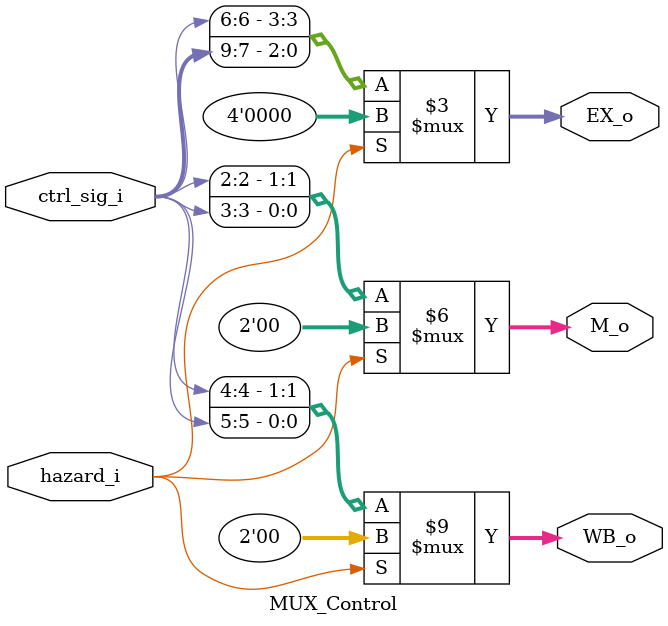
<source format=v>
module MUX_Control(
    hazard_i,
    ctrl_sig_i,
    WB_o,
    M_o,
    EX_o       
);

input               hazard_i;
input   [9:0]       ctrl_sig_i;
reg                 RegDst, ALUSrc, MemtoReg, RegWrite, MemWrite, MemRead;
reg     [1:0]       ALUOp;

output  [1:0]       WB_o, M_o;
output  [3:0]       EX_o;

reg     [1:0]       WB_o, M_o;
reg     [3:0]       EX_o;

always @(hazard_i or ctrl_sig_i) begin
    if(hazard_i) begin
        WB_o <= 2'b00;
        M_o <= 2'b00;
        EX_o <= 4'b00;
    end
    else begin
        ALUOp = ctrl_sig_i[9:8];
        RegDst = ctrl_sig_i[7];
        ALUSrc = ctrl_sig_i[6];
        MemtoReg = ctrl_sig_i[5];
        RegWrite = ctrl_sig_i[4];
        MemWrite = ctrl_sig_i[3];
        MemRead = ctrl_sig_i[2];
        WB_o <= {RegWrite, MemtoReg};
        M_o <= {MemRead, MemWrite};
        EX_o <= {ALUSrc, ALUOp[1:0], RegDst};
    end
end

endmodule
</source>
